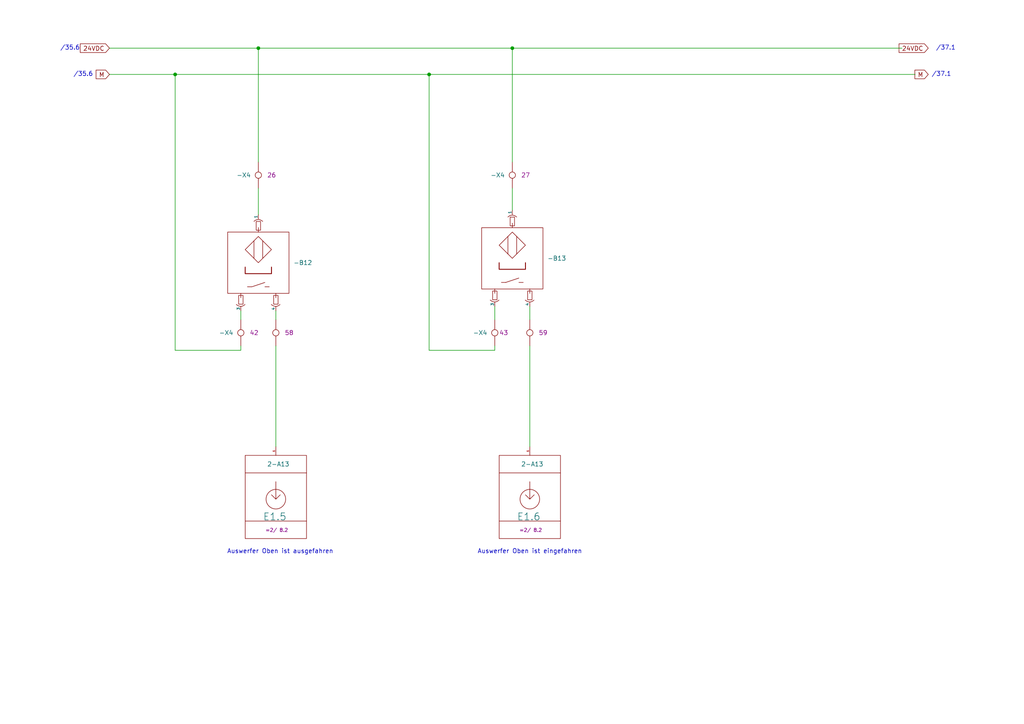
<source format=kicad_sch>
(kicad_sch (version 20250114) (generator "eeschema") (generator_version "9.0")
  (paper "A4")
  (title_block (comment 4 "17"))
  (lib_symbols
    (symbol "Verbinder_Standart_einfach_(X)_1" (pin_numbers (hide yes)) (pin_names (offset 0))
      (property "Reference" "-X" (at -4.572 2.794 0))
      (property "Nummer" "x" (at 3.048 3.048 0))
      (symbol "Verbinder_Standart_einfach_(X)_1_0_1"
        (polyline (pts (xy 0 1.27) (xy 0 1.016)))
        (circle (center 0 0) (radius 0.9158))
        (polyline (pts (xy 0 -1.27) (xy 0 -1.016)))
      )
      (symbol "Verbinder_Standart_einfach_(X)_1_1_1"
        (pin passive line (at 0 3.81 270) (length 2.54) (name "") (number ""))
        (pin passive line (at 0 -3.81 90) (length 2.54) (name "") (number ""))
      )
    )
    (symbol "Verbinder_Standart_einfach_(X)_2" (pin_numbers (hide yes)) (pin_names (offset 0))
      (property "Reference" "-X" (at -4.572 2.794 0))
      (property "Nummer" "x" (at 3.048 3.048 0))
      (symbol "Verbinder_Standart_einfach_(X)_2_0_1"
        (polyline (pts (xy 0 1.27) (xy 0 1.016)))
        (circle (center 0 0) (radius 0.9158))
        (polyline (pts (xy 0 -1.27) (xy 0 -1.016)))
      )
      (symbol "Verbinder_Standart_einfach_(X)_2_1_1"
        (pin passive line (at 0 3.81 270) (length 2.54) (name "") (number ""))
        (pin passive line (at 0 -3.81 90) (length 2.54) (name "") (number ""))
      )
    )
    (symbol "Verbinder_Standart_einfach_(X)_3" (pin_numbers (hide yes)) (pin_names (offset 0))
      (property "Reference" "-X" (at -4.572 2.794 0))
      (property "Nummer" "x" (at 3.048 3.048 0))
      (symbol "Verbinder_Standart_einfach_(X)_3_0_1"
        (polyline (pts (xy 0 1.27) (xy 0 1.016)))
        (circle (center 0 0) (radius 0.9158))
        (polyline (pts (xy 0 -1.27) (xy 0 -1.016)))
      )
      (symbol "Verbinder_Standart_einfach_(X)_3_1_1"
        (pin passive line (at 0 3.81 270) (length 2.54) (name "") (number ""))
        (pin passive line (at 0 -3.81 90) (length 2.54) (name "") (number ""))
      )
    )
    (symbol "Verbinder_Standart_einfach_(X)_4" (pin_numbers (hide yes)) (pin_names (offset 0))
      (property "Reference" "-X" (at -4.572 2.794 0))
      (property "Nummer" "x" (at 3.048 3.048 0))
      (symbol "Verbinder_Standart_einfach_(X)_4_0_1"
        (polyline (pts (xy 0 1.27) (xy 0 1.016)))
        (circle (center 0 0) (radius 0.9158))
        (polyline (pts (xy 0 -1.27) (xy 0 -1.016)))
      )
      (symbol "Verbinder_Standart_einfach_(X)_4_1_1"
        (pin passive line (at 0 3.81 270) (length 2.54) (name "") (number ""))
        (pin passive line (at 0 -3.81 90) (length 2.54) (name "") (number ""))
      )
    )
    (symbol "Verbinder_Standart_einfach_(X)_5" (pin_numbers (hide yes)) (pin_names (offset 0))
      (property "Reference" "-X" (at -4.572 2.794 0))
      (property "Nummer" "x" (at 3.048 3.048 0))
      (symbol "Verbinder_Standart_einfach_(X)_5_0_1"
        (polyline (pts (xy 0 1.27) (xy 0 1.016)))
        (circle (center 0 0) (radius 0.9158))
        (polyline (pts (xy 0 -1.27) (xy 0 -1.016)))
      )
      (symbol "Verbinder_Standart_einfach_(X)_5_1_1"
        (pin passive line (at 0 3.81 270) (length 2.54) (name "") (number ""))
        (pin passive line (at 0 -3.81 90) (length 2.54) (name "") (number ""))
      )
    )
    (symbol "standart:PLC_IN_(E)" (on_board no)
      (property "Reference" "-E" (at -6.35 10.16 0))
      (property "Target" "=Gruppe/ Seite.Pfad" (at 0.254 -8.382 0))
      (symbol "PLC_IN_(E)_0_1"
        (rectangle (start -8.89 12.7) (end 8.89 -11.43))
        (polyline (pts (xy -8.89 7.62) (xy 8.89 7.62)))
        (polyline (pts (xy -8.89 -6.35) (xy 8.89 -6.35)))
        (polyline (pts (xy 0 5.08) (xy 0 0) (xy 1.27 1.27) (xy 0 0) (xy -1.27 1.27)))
        (circle (center 0 0) (radius 2.8398))
      )
      (symbol "PLC_IN_(E)_1_1"
        (pin input line (at 0 15.24 270) (length 2.54) (name "") (number "1"))
      )
    )
    (symbol "standart:Sensor_PNP_Fe_(B)_NO" (pin_numbers (hide yes)) (pin_names (offset 0))
      (property "Reference" "-B" (at -13.462 11.176 0))
      (symbol "Sensor_PNP_Fe_(B)_NO_0_1"
        (rectangle (start -8.89 8.89) (end 8.89 -8.89))
        (polyline (pts (xy -5.08 -8.89) (xy -5.08 -10.16)))
        (polyline (pts (xy -3.81 3.81) (xy 0 7.62) (xy 3.81 3.81) (xy 0 0) (xy -3.81 3.81)))
        (polyline (pts (xy -1.905 -6.985) (xy -3.175 -6.985)))
        (polyline (pts (xy -1.905 -6.985) (xy 1.905 -5.715)))
        (polyline (pts (xy -1.27 6.35) (xy -1.27 1.27)))
        (rectangle (start 0 10.16) (end 0 10.16))
        (rectangle (start 0 10.16) (end 0 10.16))
        (polyline (pts (xy 0 8.89) (xy 0 10.16)))
        (polyline (pts (xy 1.27 6.35) (xy 1.27 1.27)))
        (polyline (pts (xy 3.175 -6.985) (xy 1.905 -6.985)))
        (polyline (pts (xy 5.08 -8.89) (xy 5.08 -10.16)))
      )
      (symbol "Sensor_PNP_Fe_(B)_NO_1_1"
        (rectangle (start -5.7031 -9.4835) (end -4.4331 -12.0235) (fill (type color)))
        (bezier (pts (xy -3.8638 -12.0969) (xy -5.1338 -13.3669) (xy -6.4038 -12.0969) (xy -6.4038 -12.0969)))
        (polyline (pts (xy -3.81 -1.27) (xy -3.81 -3.175) (xy 3.81 -3.175) (xy 3.81 -1.27)) (stroke (width 0.254)))
        (bezier (pts (xy -1.2707 11.9806) (xy -0.0007 13.2506) (xy 1.2693 11.9806) (xy 1.2693 11.9806)))
        (rectangle (start -0.629 11.9632) (end 0.641 9.4232) (fill (type color)))
        (rectangle (start 4.4492 -9.4835) (end 5.7192 -12.0235) (fill (type color)))
        (bezier (pts (xy 6.2858 -12.1072) (xy 5.0158 -13.3772) (xy 3.7458 -12.1072) (xy 3.7458 -12.1072)))
        (pin passive line (at -5.08 -13.97 90) (length 1.27) (name "3") (number "3"))
        (pin passive line (at 0 13.97 270) (length 1.27) (name "1") (number "1"))
        (pin passive line (at 5.08 -13.97 90) (length 1.27) (name "4") (number "4"))
      )
    )
    (symbol "standart:Verbinder_Standart_einfach_(X)" (pin_numbers (hide yes)) (pin_names (offset 0))
      (property "Reference" "-X" (at -4.572 2.794 0))
      (property "Nummer" "x" (at 3.048 3.048 0))
      (symbol "Verbinder_Standart_einfach_(X)_0_1"
        (polyline (pts (xy 0 1.27) (xy 0 1.016)))
        (circle (center 0 0) (radius 0.9158))
        (polyline (pts (xy 0 -1.27) (xy 0 -1.016)))
      )
      (symbol "Verbinder_Standart_einfach_(X)_1_1"
        (pin passive line (at 0 3.81 270) (length 2.54) (name "") (number ""))
        (pin passive line (at 0 -3.81 90) (length 2.54) (name "") (number ""))
      )
    )
  )
  (text "Auswerfer Oben ist eingefahren" (at 153.67 160.02 0) (effects (font (size 1.27 1.27))))
  (text "Auswerfer Oben ist ausgefahren" (at 81.28 160.02 0) (effects (font (size 1.27 1.27))))
  (text "/37.1" (at 273.05 21.59 0) (effects (font (size 1.27 1.27))))
  (text "/37.1" (at 274.32 13.97 0) (effects (font (size 1.27 1.27))))
  (text "/35.6\n" (at 20.32 13.97 0) (effects (font (size 1.27 1.27))))
  (text "/35.6\n" (at 24.13 21.59 0) (effects (font (size 1.27 1.27))))
  (junction (at 74.93 13.97))
  (junction (at 148.59 13.97))
  (junction (at 50.8 21.59))
  (junction (at 124.46 21.59))
  (wire (pts (xy 153.67 100.33) (xy 153.67 129.54)))
  (wire (pts (xy 80.01 100.33) (xy 80.01 129.54)))
  (wire (pts (xy 50.8 21.59) (xy 50.8 101.6)))
  (wire (pts (xy 50.8 21.59) (xy 124.46 21.59)))
  (wire (pts (xy 50.8 101.6) (xy 69.85 101.6)))
  (wire (pts (xy 143.51 88.9) (xy 143.51 92.71)))
  (wire (pts (xy 74.93 13.97) (xy 74.93 46.99)))
  (wire (pts (xy 148.59 13.97) (xy 148.59 46.99)))
  (wire (pts (xy 69.85 90.17) (xy 69.85 92.71)))
  (wire (pts (xy 69.85 100.33) (xy 69.85 101.6)))
  (wire (pts (xy 124.46 21.59) (xy 124.46 101.6)))
  (wire (pts (xy 31.75 21.59) (xy 50.8 21.59)))
  (wire (pts (xy 153.67 88.9) (xy 153.67 92.71)))
  (wire (pts (xy 74.93 13.97) (xy 148.59 13.97)))
  (wire (pts (xy 148.59 13.97) (xy 261.62 13.97)))
  (wire (pts (xy 124.46 101.6) (xy 143.51 101.6)))
  (wire (pts (xy 148.59 54.61) (xy 148.59 60.96)))
  (wire (pts (xy 80.01 90.17) (xy 80.01 92.71)))
  (wire (pts (xy 124.46 21.59) (xy 265.43 21.59)))
  (wire (pts (xy 31.75 13.97) (xy 74.93 13.97)))
  (wire (pts (xy 143.51 100.33) (xy 143.51 101.6)))
  (wire (pts (xy 74.93 54.61) (xy 74.93 62.23)))
  (global_label "M" (shape input) (at 269.24 21.59 180) (property "Intersheetrefs" "${INTERSHEET_REFS}" (effects (hide yes))))
  (global_label "M" (shape input) (at 31.75 21.59 180) (property "Intersheetrefs" "${INTERSHEET_REFS}" (effects (hide yes))))
  (global_label "24VDC" (shape input) (at 31.75 13.97 180) (property "Intersheetrefs" "${INTERSHEET_REFS}" (effects (hide yes))))
  (global_label "24VDC" (shape input) (at 269.24 13.97 180) (property "Intersheetrefs" "${INTERSHEET_REFS}" (effects (hide yes))))
  (symbol (lib_id "standart:Sensor_PNP_Fe_(B)_NO") (at 148.59 74.93 0) (unit 1)
    (property "Reference" "-B13" (at 158.75 74.9299 0) (effects (justify left)))
  )
  (symbol (lib_id "standart:PLC_IN_(E)") (at 80.01 144.78 0) (unit 1) (on_board no)
    (property "Reference" "E1.5" (at 76.2 149.86 0) (effects (font (size 2.032 2.032)) (justify left)))
    (property "Value" "2-A13" (at 77.47 134.62 0) (effects (justify left)))
    (property "Target" "=2/ 8.2" (at 80.264 153.162 0) (effects (font (size 1.016 1.016)) (justify top)))
  )
  (symbol (lib_id "standart:Sensor_PNP_Fe_(B)_NO") (at 74.93 76.2 0) (unit 1)
    (property "Reference" "-B12" (at 85.09 76.1999 0) (effects (justify left)))
  )
  (symbol (lib_name "Verbinder_Standart_einfach_(X)_5") (lib_id "standart:Verbinder_Standart_einfach_(X)") (at 153.67 96.52 0) (unit 1)
    (property "Reference" "-X23" (effects (hide yes)))
    (property "Description" "Verbinder" (effects (hide yes)))
    (property "Nummer" "59" (at 156.21 96.52 0) (effects (justify left)))
  )
  (symbol (lib_name "Verbinder_Standart_einfach_(X)_2") (lib_id "standart:Verbinder_Standart_einfach_(X)") (at 80.01 96.52 0) (unit 1)
    (property "Reference" "-X19" (effects (hide yes)))
    (property "Description" "Verbinder" (effects (hide yes)))
    (property "Nummer" "58" (at 82.55 96.5199 0) (effects (justify left)))
  )
  (symbol (lib_id "standart:PLC_IN_(E)") (at 153.67 144.78 0) (unit 1) (on_board no)
    (property "Reference" "E1.6" (at 149.86 149.86 0) (effects (font (size 2.032 2.032)) (justify left)))
    (property "Value" "2-A13" (at 151.13 134.62 0) (effects (justify left)))
    (property "Target" "=2/ 8.2" (at 153.924 153.162 0) (effects (font (size 1.016 1.016)) (justify top)))
  )
  (symbol (lib_id "standart:Verbinder_Standart_einfach_(X)") (at 74.93 50.8 0) (unit 1)
    (property "Reference" "-X4" (at 68.58 50.8 0) (effects (justify left)))
    (property "Description" "Verbinder" (effects (hide yes)))
    (property "Nummer" "26" (at 77.47 50.8 0) (effects (justify left)))
  )
  (symbol (lib_name "Verbinder_Standart_einfach_(X)_1") (lib_id "standart:Verbinder_Standart_einfach_(X)") (at 69.85 96.52 0) (unit 1)
    (property "Reference" "-X4" (at 63.5 96.52 0) (effects (justify left)))
    (property "Description" "Verbinder" (effects (hide yes)))
    (property "Nummer" "42" (at 72.39 96.52 0) (effects (justify left)))
  )
  (symbol (lib_name "Verbinder_Standart_einfach_(X)_3") (lib_id "standart:Verbinder_Standart_einfach_(X)") (at 148.59 50.8 0) (unit 1)
    (property "Reference" "-X4" (at 142.24 50.8 0) (effects (justify left)))
    (property "Description" "Verbinder" (effects (hide yes)))
    (property "Nummer" "27" (at 151.13 50.8 0) (effects (justify left)))
  )
  (symbol (lib_name "Verbinder_Standart_einfach_(X)_4") (lib_id "standart:Verbinder_Standart_einfach_(X)") (at 143.51 96.52 0) (unit 1)
    (property "Reference" "-X4" (at 137.16 96.52 0) (effects (justify left)))
    (property "Description" "Verbinder" (effects (hide yes)))
    (property "Nummer" "43" (at 144.78 96.52 0) (effects (justify left)))
  )
  (sheet (at 327.66 0) (size 292.1 209.55) (stroke (width 0.1524))
    (property "Sheetname" "Auswerfer Unten" (at 327.66 -0.7116 0) (effects (justify left bottom)))
    (property "Sheetfile" "Auswerfer Unten.kicad_sch" (at 327.66 210.1346 0) (effects (justify left top)))
  )
  (sheet (at 1328.42 2.032) (size 299.72 210.82) (stroke (width 0.1524))
    (property "Sheetname" "Heizung" (at 1328.42 1.3204 0) (effects (justify left bottom)))
    (property "Sheetfile" "Heizung.kicad_sch" (at 1328.42 213.4366 0) (effects (justify left top)))
  )
  (sheet (at 990.854 2.032) (size 311.15 208.28) (stroke (width 0.1524))
    (property "Sheetname" "Ventile Auswerfer unten" (at 990.854 1.3204 0) (effects (justify left bottom)))
    (property "Sheetfile" "Ventile Auswerfer unten.kicad_sch" (at 990.854 210.8966 0) (effects (justify left top)))
  )
  (sheet (at 644.398 3.556) (size 321.31 210.82) (stroke (width 0.1524))
    (property "Sheetname" "Auswerfer oben Ventil" (at 644.398 2.8444 0) (effects (justify left bottom)))
    (property "Sheetfile" "Auswerfer oben Ventil.kicad_sch" (at 644.398 214.9606 0) (effects (justify left top)))
  )
)
</source>
